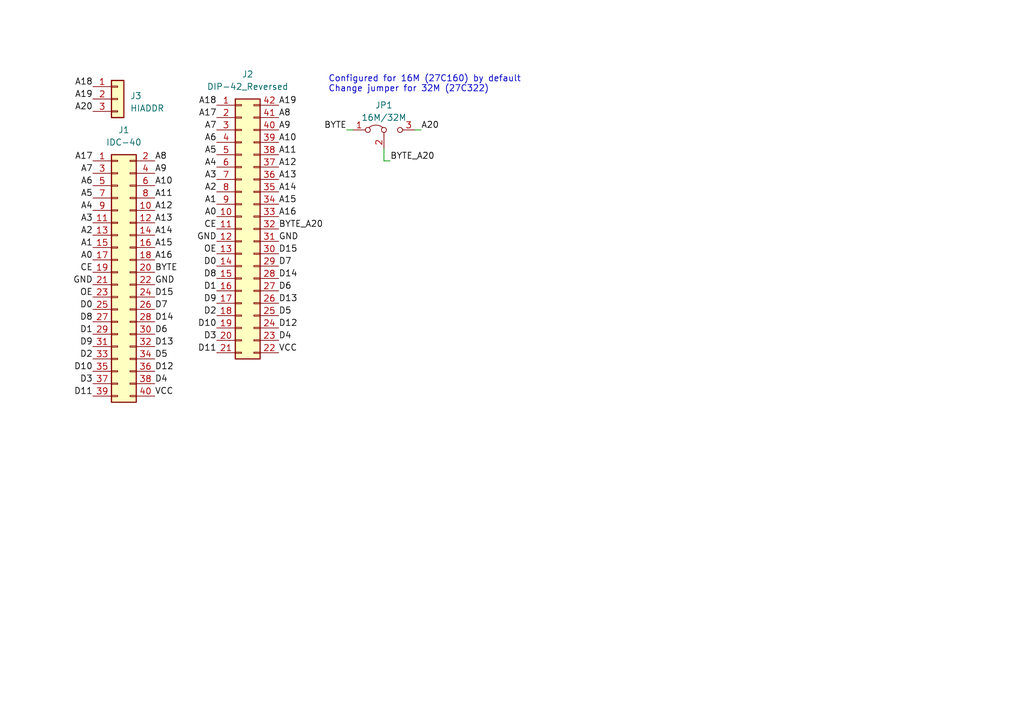
<source format=kicad_sch>
(kicad_sch (version 20230121) (generator eeschema)

  (uuid 218a50b5-5328-4910-8bfa-477207937a67)

  (paper "A5")

  (title_block
    (title "TokuROM Target-DIP42IH")
    (rev "1.0")
    (company "github.com/kasamikona/TokuROM")
  )

  (lib_symbols
    (symbol "Connector_Generic:Conn_01x03" (pin_names (offset 1.016) hide) (in_bom yes) (on_board yes)
      (property "Reference" "J" (at 0 5.08 0)
        (effects (font (size 1.27 1.27)))
      )
      (property "Value" "Conn_01x03" (at 0 -5.08 0)
        (effects (font (size 1.27 1.27)))
      )
      (property "Footprint" "" (at 0 0 0)
        (effects (font (size 1.27 1.27)) hide)
      )
      (property "Datasheet" "~" (at 0 0 0)
        (effects (font (size 1.27 1.27)) hide)
      )
      (property "ki_keywords" "connector" (at 0 0 0)
        (effects (font (size 1.27 1.27)) hide)
      )
      (property "ki_description" "Generic connector, single row, 01x03, script generated (kicad-library-utils/schlib/autogen/connector/)" (at 0 0 0)
        (effects (font (size 1.27 1.27)) hide)
      )
      (property "ki_fp_filters" "Connector*:*_1x??_*" (at 0 0 0)
        (effects (font (size 1.27 1.27)) hide)
      )
      (symbol "Conn_01x03_1_1"
        (rectangle (start -1.27 -2.413) (end 0 -2.667)
          (stroke (width 0.1524) (type default))
          (fill (type none))
        )
        (rectangle (start -1.27 0.127) (end 0 -0.127)
          (stroke (width 0.1524) (type default))
          (fill (type none))
        )
        (rectangle (start -1.27 2.667) (end 0 2.413)
          (stroke (width 0.1524) (type default))
          (fill (type none))
        )
        (rectangle (start -1.27 3.81) (end 1.27 -3.81)
          (stroke (width 0.254) (type default))
          (fill (type background))
        )
        (pin passive line (at -5.08 2.54 0) (length 3.81)
          (name "Pin_1" (effects (font (size 1.27 1.27))))
          (number "1" (effects (font (size 1.27 1.27))))
        )
        (pin passive line (at -5.08 0 0) (length 3.81)
          (name "Pin_2" (effects (font (size 1.27 1.27))))
          (number "2" (effects (font (size 1.27 1.27))))
        )
        (pin passive line (at -5.08 -2.54 0) (length 3.81)
          (name "Pin_3" (effects (font (size 1.27 1.27))))
          (number "3" (effects (font (size 1.27 1.27))))
        )
      )
    )
    (symbol "Connector_Generic:Conn_02x20_Odd_Even" (pin_names (offset 1.016) hide) (in_bom yes) (on_board yes)
      (property "Reference" "J" (at 1.27 25.4 0)
        (effects (font (size 1.27 1.27)))
      )
      (property "Value" "Conn_02x20_Odd_Even" (at 1.27 -27.94 0)
        (effects (font (size 1.27 1.27)))
      )
      (property "Footprint" "" (at 0 0 0)
        (effects (font (size 1.27 1.27)) hide)
      )
      (property "Datasheet" "~" (at 0 0 0)
        (effects (font (size 1.27 1.27)) hide)
      )
      (property "ki_keywords" "connector" (at 0 0 0)
        (effects (font (size 1.27 1.27)) hide)
      )
      (property "ki_description" "Generic connector, double row, 02x20, odd/even pin numbering scheme (row 1 odd numbers, row 2 even numbers), script generated (kicad-library-utils/schlib/autogen/connector/)" (at 0 0 0)
        (effects (font (size 1.27 1.27)) hide)
      )
      (property "ki_fp_filters" "Connector*:*_2x??_*" (at 0 0 0)
        (effects (font (size 1.27 1.27)) hide)
      )
      (symbol "Conn_02x20_Odd_Even_1_1"
        (rectangle (start -1.27 -25.273) (end 0 -25.527)
          (stroke (width 0.1524) (type default))
          (fill (type none))
        )
        (rectangle (start -1.27 -22.733) (end 0 -22.987)
          (stroke (width 0.1524) (type default))
          (fill (type none))
        )
        (rectangle (start -1.27 -20.193) (end 0 -20.447)
          (stroke (width 0.1524) (type default))
          (fill (type none))
        )
        (rectangle (start -1.27 -17.653) (end 0 -17.907)
          (stroke (width 0.1524) (type default))
          (fill (type none))
        )
        (rectangle (start -1.27 -15.113) (end 0 -15.367)
          (stroke (width 0.1524) (type default))
          (fill (type none))
        )
        (rectangle (start -1.27 -12.573) (end 0 -12.827)
          (stroke (width 0.1524) (type default))
          (fill (type none))
        )
        (rectangle (start -1.27 -10.033) (end 0 -10.287)
          (stroke (width 0.1524) (type default))
          (fill (type none))
        )
        (rectangle (start -1.27 -7.493) (end 0 -7.747)
          (stroke (width 0.1524) (type default))
          (fill (type none))
        )
        (rectangle (start -1.27 -4.953) (end 0 -5.207)
          (stroke (width 0.1524) (type default))
          (fill (type none))
        )
        (rectangle (start -1.27 -2.413) (end 0 -2.667)
          (stroke (width 0.1524) (type default))
          (fill (type none))
        )
        (rectangle (start -1.27 0.127) (end 0 -0.127)
          (stroke (width 0.1524) (type default))
          (fill (type none))
        )
        (rectangle (start -1.27 2.667) (end 0 2.413)
          (stroke (width 0.1524) (type default))
          (fill (type none))
        )
        (rectangle (start -1.27 5.207) (end 0 4.953)
          (stroke (width 0.1524) (type default))
          (fill (type none))
        )
        (rectangle (start -1.27 7.747) (end 0 7.493)
          (stroke (width 0.1524) (type default))
          (fill (type none))
        )
        (rectangle (start -1.27 10.287) (end 0 10.033)
          (stroke (width 0.1524) (type default))
          (fill (type none))
        )
        (rectangle (start -1.27 12.827) (end 0 12.573)
          (stroke (width 0.1524) (type default))
          (fill (type none))
        )
        (rectangle (start -1.27 15.367) (end 0 15.113)
          (stroke (width 0.1524) (type default))
          (fill (type none))
        )
        (rectangle (start -1.27 17.907) (end 0 17.653)
          (stroke (width 0.1524) (type default))
          (fill (type none))
        )
        (rectangle (start -1.27 20.447) (end 0 20.193)
          (stroke (width 0.1524) (type default))
          (fill (type none))
        )
        (rectangle (start -1.27 22.987) (end 0 22.733)
          (stroke (width 0.1524) (type default))
          (fill (type none))
        )
        (rectangle (start -1.27 24.13) (end 3.81 -26.67)
          (stroke (width 0.254) (type default))
          (fill (type background))
        )
        (rectangle (start 3.81 -25.273) (end 2.54 -25.527)
          (stroke (width 0.1524) (type default))
          (fill (type none))
        )
        (rectangle (start 3.81 -22.733) (end 2.54 -22.987)
          (stroke (width 0.1524) (type default))
          (fill (type none))
        )
        (rectangle (start 3.81 -20.193) (end 2.54 -20.447)
          (stroke (width 0.1524) (type default))
          (fill (type none))
        )
        (rectangle (start 3.81 -17.653) (end 2.54 -17.907)
          (stroke (width 0.1524) (type default))
          (fill (type none))
        )
        (rectangle (start 3.81 -15.113) (end 2.54 -15.367)
          (stroke (width 0.1524) (type default))
          (fill (type none))
        )
        (rectangle (start 3.81 -12.573) (end 2.54 -12.827)
          (stroke (width 0.1524) (type default))
          (fill (type none))
        )
        (rectangle (start 3.81 -10.033) (end 2.54 -10.287)
          (stroke (width 0.1524) (type default))
          (fill (type none))
        )
        (rectangle (start 3.81 -7.493) (end 2.54 -7.747)
          (stroke (width 0.1524) (type default))
          (fill (type none))
        )
        (rectangle (start 3.81 -4.953) (end 2.54 -5.207)
          (stroke (width 0.1524) (type default))
          (fill (type none))
        )
        (rectangle (start 3.81 -2.413) (end 2.54 -2.667)
          (stroke (width 0.1524) (type default))
          (fill (type none))
        )
        (rectangle (start 3.81 0.127) (end 2.54 -0.127)
          (stroke (width 0.1524) (type default))
          (fill (type none))
        )
        (rectangle (start 3.81 2.667) (end 2.54 2.413)
          (stroke (width 0.1524) (type default))
          (fill (type none))
        )
        (rectangle (start 3.81 5.207) (end 2.54 4.953)
          (stroke (width 0.1524) (type default))
          (fill (type none))
        )
        (rectangle (start 3.81 7.747) (end 2.54 7.493)
          (stroke (width 0.1524) (type default))
          (fill (type none))
        )
        (rectangle (start 3.81 10.287) (end 2.54 10.033)
          (stroke (width 0.1524) (type default))
          (fill (type none))
        )
        (rectangle (start 3.81 12.827) (end 2.54 12.573)
          (stroke (width 0.1524) (type default))
          (fill (type none))
        )
        (rectangle (start 3.81 15.367) (end 2.54 15.113)
          (stroke (width 0.1524) (type default))
          (fill (type none))
        )
        (rectangle (start 3.81 17.907) (end 2.54 17.653)
          (stroke (width 0.1524) (type default))
          (fill (type none))
        )
        (rectangle (start 3.81 20.447) (end 2.54 20.193)
          (stroke (width 0.1524) (type default))
          (fill (type none))
        )
        (rectangle (start 3.81 22.987) (end 2.54 22.733)
          (stroke (width 0.1524) (type default))
          (fill (type none))
        )
        (pin passive line (at -5.08 22.86 0) (length 3.81)
          (name "Pin_1" (effects (font (size 1.27 1.27))))
          (number "1" (effects (font (size 1.27 1.27))))
        )
        (pin passive line (at 7.62 12.7 180) (length 3.81)
          (name "Pin_10" (effects (font (size 1.27 1.27))))
          (number "10" (effects (font (size 1.27 1.27))))
        )
        (pin passive line (at -5.08 10.16 0) (length 3.81)
          (name "Pin_11" (effects (font (size 1.27 1.27))))
          (number "11" (effects (font (size 1.27 1.27))))
        )
        (pin passive line (at 7.62 10.16 180) (length 3.81)
          (name "Pin_12" (effects (font (size 1.27 1.27))))
          (number "12" (effects (font (size 1.27 1.27))))
        )
        (pin passive line (at -5.08 7.62 0) (length 3.81)
          (name "Pin_13" (effects (font (size 1.27 1.27))))
          (number "13" (effects (font (size 1.27 1.27))))
        )
        (pin passive line (at 7.62 7.62 180) (length 3.81)
          (name "Pin_14" (effects (font (size 1.27 1.27))))
          (number "14" (effects (font (size 1.27 1.27))))
        )
        (pin passive line (at -5.08 5.08 0) (length 3.81)
          (name "Pin_15" (effects (font (size 1.27 1.27))))
          (number "15" (effects (font (size 1.27 1.27))))
        )
        (pin passive line (at 7.62 5.08 180) (length 3.81)
          (name "Pin_16" (effects (font (size 1.27 1.27))))
          (number "16" (effects (font (size 1.27 1.27))))
        )
        (pin passive line (at -5.08 2.54 0) (length 3.81)
          (name "Pin_17" (effects (font (size 1.27 1.27))))
          (number "17" (effects (font (size 1.27 1.27))))
        )
        (pin passive line (at 7.62 2.54 180) (length 3.81)
          (name "Pin_18" (effects (font (size 1.27 1.27))))
          (number "18" (effects (font (size 1.27 1.27))))
        )
        (pin passive line (at -5.08 0 0) (length 3.81)
          (name "Pin_19" (effects (font (size 1.27 1.27))))
          (number "19" (effects (font (size 1.27 1.27))))
        )
        (pin passive line (at 7.62 22.86 180) (length 3.81)
          (name "Pin_2" (effects (font (size 1.27 1.27))))
          (number "2" (effects (font (size 1.27 1.27))))
        )
        (pin passive line (at 7.62 0 180) (length 3.81)
          (name "Pin_20" (effects (font (size 1.27 1.27))))
          (number "20" (effects (font (size 1.27 1.27))))
        )
        (pin passive line (at -5.08 -2.54 0) (length 3.81)
          (name "Pin_21" (effects (font (size 1.27 1.27))))
          (number "21" (effects (font (size 1.27 1.27))))
        )
        (pin passive line (at 7.62 -2.54 180) (length 3.81)
          (name "Pin_22" (effects (font (size 1.27 1.27))))
          (number "22" (effects (font (size 1.27 1.27))))
        )
        (pin passive line (at -5.08 -5.08 0) (length 3.81)
          (name "Pin_23" (effects (font (size 1.27 1.27))))
          (number "23" (effects (font (size 1.27 1.27))))
        )
        (pin passive line (at 7.62 -5.08 180) (length 3.81)
          (name "Pin_24" (effects (font (size 1.27 1.27))))
          (number "24" (effects (font (size 1.27 1.27))))
        )
        (pin passive line (at -5.08 -7.62 0) (length 3.81)
          (name "Pin_25" (effects (font (size 1.27 1.27))))
          (number "25" (effects (font (size 1.27 1.27))))
        )
        (pin passive line (at 7.62 -7.62 180) (length 3.81)
          (name "Pin_26" (effects (font (size 1.27 1.27))))
          (number "26" (effects (font (size 1.27 1.27))))
        )
        (pin passive line (at -5.08 -10.16 0) (length 3.81)
          (name "Pin_27" (effects (font (size 1.27 1.27))))
          (number "27" (effects (font (size 1.27 1.27))))
        )
        (pin passive line (at 7.62 -10.16 180) (length 3.81)
          (name "Pin_28" (effects (font (size 1.27 1.27))))
          (number "28" (effects (font (size 1.27 1.27))))
        )
        (pin passive line (at -5.08 -12.7 0) (length 3.81)
          (name "Pin_29" (effects (font (size 1.27 1.27))))
          (number "29" (effects (font (size 1.27 1.27))))
        )
        (pin passive line (at -5.08 20.32 0) (length 3.81)
          (name "Pin_3" (effects (font (size 1.27 1.27))))
          (number "3" (effects (font (size 1.27 1.27))))
        )
        (pin passive line (at 7.62 -12.7 180) (length 3.81)
          (name "Pin_30" (effects (font (size 1.27 1.27))))
          (number "30" (effects (font (size 1.27 1.27))))
        )
        (pin passive line (at -5.08 -15.24 0) (length 3.81)
          (name "Pin_31" (effects (font (size 1.27 1.27))))
          (number "31" (effects (font (size 1.27 1.27))))
        )
        (pin passive line (at 7.62 -15.24 180) (length 3.81)
          (name "Pin_32" (effects (font (size 1.27 1.27))))
          (number "32" (effects (font (size 1.27 1.27))))
        )
        (pin passive line (at -5.08 -17.78 0) (length 3.81)
          (name "Pin_33" (effects (font (size 1.27 1.27))))
          (number "33" (effects (font (size 1.27 1.27))))
        )
        (pin passive line (at 7.62 -17.78 180) (length 3.81)
          (name "Pin_34" (effects (font (size 1.27 1.27))))
          (number "34" (effects (font (size 1.27 1.27))))
        )
        (pin passive line (at -5.08 -20.32 0) (length 3.81)
          (name "Pin_35" (effects (font (size 1.27 1.27))))
          (number "35" (effects (font (size 1.27 1.27))))
        )
        (pin passive line (at 7.62 -20.32 180) (length 3.81)
          (name "Pin_36" (effects (font (size 1.27 1.27))))
          (number "36" (effects (font (size 1.27 1.27))))
        )
        (pin passive line (at -5.08 -22.86 0) (length 3.81)
          (name "Pin_37" (effects (font (size 1.27 1.27))))
          (number "37" (effects (font (size 1.27 1.27))))
        )
        (pin passive line (at 7.62 -22.86 180) (length 3.81)
          (name "Pin_38" (effects (font (size 1.27 1.27))))
          (number "38" (effects (font (size 1.27 1.27))))
        )
        (pin passive line (at -5.08 -25.4 0) (length 3.81)
          (name "Pin_39" (effects (font (size 1.27 1.27))))
          (number "39" (effects (font (size 1.27 1.27))))
        )
        (pin passive line (at 7.62 20.32 180) (length 3.81)
          (name "Pin_4" (effects (font (size 1.27 1.27))))
          (number "4" (effects (font (size 1.27 1.27))))
        )
        (pin passive line (at 7.62 -25.4 180) (length 3.81)
          (name "Pin_40" (effects (font (size 1.27 1.27))))
          (number "40" (effects (font (size 1.27 1.27))))
        )
        (pin passive line (at -5.08 17.78 0) (length 3.81)
          (name "Pin_5" (effects (font (size 1.27 1.27))))
          (number "5" (effects (font (size 1.27 1.27))))
        )
        (pin passive line (at 7.62 17.78 180) (length 3.81)
          (name "Pin_6" (effects (font (size 1.27 1.27))))
          (number "6" (effects (font (size 1.27 1.27))))
        )
        (pin passive line (at -5.08 15.24 0) (length 3.81)
          (name "Pin_7" (effects (font (size 1.27 1.27))))
          (number "7" (effects (font (size 1.27 1.27))))
        )
        (pin passive line (at 7.62 15.24 180) (length 3.81)
          (name "Pin_8" (effects (font (size 1.27 1.27))))
          (number "8" (effects (font (size 1.27 1.27))))
        )
        (pin passive line (at -5.08 12.7 0) (length 3.81)
          (name "Pin_9" (effects (font (size 1.27 1.27))))
          (number "9" (effects (font (size 1.27 1.27))))
        )
      )
    )
    (symbol "Connector_Generic:Conn_02x21_Counter_Clockwise" (pin_names (offset 1.016) hide) (in_bom yes) (on_board yes)
      (property "Reference" "J" (at 1.27 27.94 0)
        (effects (font (size 1.27 1.27)))
      )
      (property "Value" "Conn_02x21_Counter_Clockwise" (at 1.27 -27.94 0)
        (effects (font (size 1.27 1.27)))
      )
      (property "Footprint" "" (at 0 0 0)
        (effects (font (size 1.27 1.27)) hide)
      )
      (property "Datasheet" "~" (at 0 0 0)
        (effects (font (size 1.27 1.27)) hide)
      )
      (property "ki_keywords" "connector" (at 0 0 0)
        (effects (font (size 1.27 1.27)) hide)
      )
      (property "ki_description" "Generic connector, double row, 02x21, counter clockwise pin numbering scheme (similar to DIP package numbering), script generated (kicad-library-utils/schlib/autogen/connector/)" (at 0 0 0)
        (effects (font (size 1.27 1.27)) hide)
      )
      (property "ki_fp_filters" "Connector*:*_2x??_*" (at 0 0 0)
        (effects (font (size 1.27 1.27)) hide)
      )
      (symbol "Conn_02x21_Counter_Clockwise_1_1"
        (rectangle (start -1.27 -25.273) (end 0 -25.527)
          (stroke (width 0.1524) (type default))
          (fill (type none))
        )
        (rectangle (start -1.27 -22.733) (end 0 -22.987)
          (stroke (width 0.1524) (type default))
          (fill (type none))
        )
        (rectangle (start -1.27 -20.193) (end 0 -20.447)
          (stroke (width 0.1524) (type default))
          (fill (type none))
        )
        (rectangle (start -1.27 -17.653) (end 0 -17.907)
          (stroke (width 0.1524) (type default))
          (fill (type none))
        )
        (rectangle (start -1.27 -15.113) (end 0 -15.367)
          (stroke (width 0.1524) (type default))
          (fill (type none))
        )
        (rectangle (start -1.27 -12.573) (end 0 -12.827)
          (stroke (width 0.1524) (type default))
          (fill (type none))
        )
        (rectangle (start -1.27 -10.033) (end 0 -10.287)
          (stroke (width 0.1524) (type default))
          (fill (type none))
        )
        (rectangle (start -1.27 -7.493) (end 0 -7.747)
          (stroke (width 0.1524) (type default))
          (fill (type none))
        )
        (rectangle (start -1.27 -4.953) (end 0 -5.207)
          (stroke (width 0.1524) (type default))
          (fill (type none))
        )
        (rectangle (start -1.27 -2.413) (end 0 -2.667)
          (stroke (width 0.1524) (type default))
          (fill (type none))
        )
        (rectangle (start -1.27 0.127) (end 0 -0.127)
          (stroke (width 0.1524) (type default))
          (fill (type none))
        )
        (rectangle (start -1.27 2.667) (end 0 2.413)
          (stroke (width 0.1524) (type default))
          (fill (type none))
        )
        (rectangle (start -1.27 5.207) (end 0 4.953)
          (stroke (width 0.1524) (type default))
          (fill (type none))
        )
        (rectangle (start -1.27 7.747) (end 0 7.493)
          (stroke (width 0.1524) (type default))
          (fill (type none))
        )
        (rectangle (start -1.27 10.287) (end 0 10.033)
          (stroke (width 0.1524) (type default))
          (fill (type none))
        )
        (rectangle (start -1.27 12.827) (end 0 12.573)
          (stroke (width 0.1524) (type default))
          (fill (type none))
        )
        (rectangle (start -1.27 15.367) (end 0 15.113)
          (stroke (width 0.1524) (type default))
          (fill (type none))
        )
        (rectangle (start -1.27 17.907) (end 0 17.653)
          (stroke (width 0.1524) (type default))
          (fill (type none))
        )
        (rectangle (start -1.27 20.447) (end 0 20.193)
          (stroke (width 0.1524) (type default))
          (fill (type none))
        )
        (rectangle (start -1.27 22.987) (end 0 22.733)
          (stroke (width 0.1524) (type default))
          (fill (type none))
        )
        (rectangle (start -1.27 25.527) (end 0 25.273)
          (stroke (width 0.1524) (type default))
          (fill (type none))
        )
        (rectangle (start -1.27 26.67) (end 3.81 -26.67)
          (stroke (width 0.254) (type default))
          (fill (type background))
        )
        (rectangle (start 3.81 -25.273) (end 2.54 -25.527)
          (stroke (width 0.1524) (type default))
          (fill (type none))
        )
        (rectangle (start 3.81 -22.733) (end 2.54 -22.987)
          (stroke (width 0.1524) (type default))
          (fill (type none))
        )
        (rectangle (start 3.81 -20.193) (end 2.54 -20.447)
          (stroke (width 0.1524) (type default))
          (fill (type none))
        )
        (rectangle (start 3.81 -17.653) (end 2.54 -17.907)
          (stroke (width 0.1524) (type default))
          (fill (type none))
        )
        (rectangle (start 3.81 -15.113) (end 2.54 -15.367)
          (stroke (width 0.1524) (type default))
          (fill (type none))
        )
        (rectangle (start 3.81 -12.573) (end 2.54 -12.827)
          (stroke (width 0.1524) (type default))
          (fill (type none))
        )
        (rectangle (start 3.81 -10.033) (end 2.54 -10.287)
          (stroke (width 0.1524) (type default))
          (fill (type none))
        )
        (rectangle (start 3.81 -7.493) (end 2.54 -7.747)
          (stroke (width 0.1524) (type default))
          (fill (type none))
        )
        (rectangle (start 3.81 -4.953) (end 2.54 -5.207)
          (stroke (width 0.1524) (type default))
          (fill (type none))
        )
        (rectangle (start 3.81 -2.413) (end 2.54 -2.667)
          (stroke (width 0.1524) (type default))
          (fill (type none))
        )
        (rectangle (start 3.81 0.127) (end 2.54 -0.127)
          (stroke (width 0.1524) (type default))
          (fill (type none))
        )
        (rectangle (start 3.81 2.667) (end 2.54 2.413)
          (stroke (width 0.1524) (type default))
          (fill (type none))
        )
        (rectangle (start 3.81 5.207) (end 2.54 4.953)
          (stroke (width 0.1524) (type default))
          (fill (type none))
        )
        (rectangle (start 3.81 7.747) (end 2.54 7.493)
          (stroke (width 0.1524) (type default))
          (fill (type none))
        )
        (rectangle (start 3.81 10.287) (end 2.54 10.033)
          (stroke (width 0.1524) (type default))
          (fill (type none))
        )
        (rectangle (start 3.81 12.827) (end 2.54 12.573)
          (stroke (width 0.1524) (type default))
          (fill (type none))
        )
        (rectangle (start 3.81 15.367) (end 2.54 15.113)
          (stroke (width 0.1524) (type default))
          (fill (type none))
        )
        (rectangle (start 3.81 17.907) (end 2.54 17.653)
          (stroke (width 0.1524) (type default))
          (fill (type none))
        )
        (rectangle (start 3.81 20.447) (end 2.54 20.193)
          (stroke (width 0.1524) (type default))
          (fill (type none))
        )
        (rectangle (start 3.81 22.987) (end 2.54 22.733)
          (stroke (width 0.1524) (type default))
          (fill (type none))
        )
        (rectangle (start 3.81 25.527) (end 2.54 25.273)
          (stroke (width 0.1524) (type default))
          (fill (type none))
        )
        (pin passive line (at -5.08 25.4 0) (length 3.81)
          (name "Pin_1" (effects (font (size 1.27 1.27))))
          (number "1" (effects (font (size 1.27 1.27))))
        )
        (pin passive line (at -5.08 2.54 0) (length 3.81)
          (name "Pin_10" (effects (font (size 1.27 1.27))))
          (number "10" (effects (font (size 1.27 1.27))))
        )
        (pin passive line (at -5.08 0 0) (length 3.81)
          (name "Pin_11" (effects (font (size 1.27 1.27))))
          (number "11" (effects (font (size 1.27 1.27))))
        )
        (pin passive line (at -5.08 -2.54 0) (length 3.81)
          (name "Pin_12" (effects (font (size 1.27 1.27))))
          (number "12" (effects (font (size 1.27 1.27))))
        )
        (pin passive line (at -5.08 -5.08 0) (length 3.81)
          (name "Pin_13" (effects (font (size 1.27 1.27))))
          (number "13" (effects (font (size 1.27 1.27))))
        )
        (pin passive line (at -5.08 -7.62 0) (length 3.81)
          (name "Pin_14" (effects (font (size 1.27 1.27))))
          (number "14" (effects (font (size 1.27 1.27))))
        )
        (pin passive line (at -5.08 -10.16 0) (length 3.81)
          (name "Pin_15" (effects (font (size 1.27 1.27))))
          (number "15" (effects (font (size 1.27 1.27))))
        )
        (pin passive line (at -5.08 -12.7 0) (length 3.81)
          (name "Pin_16" (effects (font (size 1.27 1.27))))
          (number "16" (effects (font (size 1.27 1.27))))
        )
        (pin passive line (at -5.08 -15.24 0) (length 3.81)
          (name "Pin_17" (effects (font (size 1.27 1.27))))
          (number "17" (effects (font (size 1.27 1.27))))
        )
        (pin passive line (at -5.08 -17.78 0) (length 3.81)
          (name "Pin_18" (effects (font (size 1.27 1.27))))
          (number "18" (effects (font (size 1.27 1.27))))
        )
        (pin passive line (at -5.08 -20.32 0) (length 3.81)
          (name "Pin_19" (effects (font (size 1.27 1.27))))
          (number "19" (effects (font (size 1.27 1.27))))
        )
        (pin passive line (at -5.08 22.86 0) (length 3.81)
          (name "Pin_2" (effects (font (size 1.27 1.27))))
          (number "2" (effects (font (size 1.27 1.27))))
        )
        (pin passive line (at -5.08 -22.86 0) (length 3.81)
          (name "Pin_20" (effects (font (size 1.27 1.27))))
          (number "20" (effects (font (size 1.27 1.27))))
        )
        (pin passive line (at -5.08 -25.4 0) (length 3.81)
          (name "Pin_21" (effects (font (size 1.27 1.27))))
          (number "21" (effects (font (size 1.27 1.27))))
        )
        (pin passive line (at 7.62 -25.4 180) (length 3.81)
          (name "Pin_22" (effects (font (size 1.27 1.27))))
          (number "22" (effects (font (size 1.27 1.27))))
        )
        (pin passive line (at 7.62 -22.86 180) (length 3.81)
          (name "Pin_23" (effects (font (size 1.27 1.27))))
          (number "23" (effects (font (size 1.27 1.27))))
        )
        (pin passive line (at 7.62 -20.32 180) (length 3.81)
          (name "Pin_24" (effects (font (size 1.27 1.27))))
          (number "24" (effects (font (size 1.27 1.27))))
        )
        (pin passive line (at 7.62 -17.78 180) (length 3.81)
          (name "Pin_25" (effects (font (size 1.27 1.27))))
          (number "25" (effects (font (size 1.27 1.27))))
        )
        (pin passive line (at 7.62 -15.24 180) (length 3.81)
          (name "Pin_26" (effects (font (size 1.27 1.27))))
          (number "26" (effects (font (size 1.27 1.27))))
        )
        (pin passive line (at 7.62 -12.7 180) (length 3.81)
          (name "Pin_27" (effects (font (size 1.27 1.27))))
          (number "27" (effects (font (size 1.27 1.27))))
        )
        (pin passive line (at 7.62 -10.16 180) (length 3.81)
          (name "Pin_28" (effects (font (size 1.27 1.27))))
          (number "28" (effects (font (size 1.27 1.27))))
        )
        (pin passive line (at 7.62 -7.62 180) (length 3.81)
          (name "Pin_29" (effects (font (size 1.27 1.27))))
          (number "29" (effects (font (size 1.27 1.27))))
        )
        (pin passive line (at -5.08 20.32 0) (length 3.81)
          (name "Pin_3" (effects (font (size 1.27 1.27))))
          (number "3" (effects (font (size 1.27 1.27))))
        )
        (pin passive line (at 7.62 -5.08 180) (length 3.81)
          (name "Pin_30" (effects (font (size 1.27 1.27))))
          (number "30" (effects (font (size 1.27 1.27))))
        )
        (pin passive line (at 7.62 -2.54 180) (length 3.81)
          (name "Pin_31" (effects (font (size 1.27 1.27))))
          (number "31" (effects (font (size 1.27 1.27))))
        )
        (pin passive line (at 7.62 0 180) (length 3.81)
          (name "Pin_32" (effects (font (size 1.27 1.27))))
          (number "32" (effects (font (size 1.27 1.27))))
        )
        (pin passive line (at 7.62 2.54 180) (length 3.81)
          (name "Pin_33" (effects (font (size 1.27 1.27))))
          (number "33" (effects (font (size 1.27 1.27))))
        )
        (pin passive line (at 7.62 5.08 180) (length 3.81)
          (name "Pin_34" (effects (font (size 1.27 1.27))))
          (number "34" (effects (font (size 1.27 1.27))))
        )
        (pin passive line (at 7.62 7.62 180) (length 3.81)
          (name "Pin_35" (effects (font (size 1.27 1.27))))
          (number "35" (effects (font (size 1.27 1.27))))
        )
        (pin passive line (at 7.62 10.16 180) (length 3.81)
          (name "Pin_36" (effects (font (size 1.27 1.27))))
          (number "36" (effects (font (size 1.27 1.27))))
        )
        (pin passive line (at 7.62 12.7 180) (length 3.81)
          (name "Pin_37" (effects (font (size 1.27 1.27))))
          (number "37" (effects (font (size 1.27 1.27))))
        )
        (pin passive line (at 7.62 15.24 180) (length 3.81)
          (name "Pin_38" (effects (font (size 1.27 1.27))))
          (number "38" (effects (font (size 1.27 1.27))))
        )
        (pin passive line (at 7.62 17.78 180) (length 3.81)
          (name "Pin_39" (effects (font (size 1.27 1.27))))
          (number "39" (effects (font (size 1.27 1.27))))
        )
        (pin passive line (at -5.08 17.78 0) (length 3.81)
          (name "Pin_4" (effects (font (size 1.27 1.27))))
          (number "4" (effects (font (size 1.27 1.27))))
        )
        (pin passive line (at 7.62 20.32 180) (length 3.81)
          (name "Pin_40" (effects (font (size 1.27 1.27))))
          (number "40" (effects (font (size 1.27 1.27))))
        )
        (pin passive line (at 7.62 22.86 180) (length 3.81)
          (name "Pin_41" (effects (font (size 1.27 1.27))))
          (number "41" (effects (font (size 1.27 1.27))))
        )
        (pin passive line (at 7.62 25.4 180) (length 3.81)
          (name "Pin_42" (effects (font (size 1.27 1.27))))
          (number "42" (effects (font (size 1.27 1.27))))
        )
        (pin passive line (at -5.08 15.24 0) (length 3.81)
          (name "Pin_5" (effects (font (size 1.27 1.27))))
          (number "5" (effects (font (size 1.27 1.27))))
        )
        (pin passive line (at -5.08 12.7 0) (length 3.81)
          (name "Pin_6" (effects (font (size 1.27 1.27))))
          (number "6" (effects (font (size 1.27 1.27))))
        )
        (pin passive line (at -5.08 10.16 0) (length 3.81)
          (name "Pin_7" (effects (font (size 1.27 1.27))))
          (number "7" (effects (font (size 1.27 1.27))))
        )
        (pin passive line (at -5.08 7.62 0) (length 3.81)
          (name "Pin_8" (effects (font (size 1.27 1.27))))
          (number "8" (effects (font (size 1.27 1.27))))
        )
        (pin passive line (at -5.08 5.08 0) (length 3.81)
          (name "Pin_9" (effects (font (size 1.27 1.27))))
          (number "9" (effects (font (size 1.27 1.27))))
        )
      )
    )
    (symbol "Jumper:Jumper_3_Bridged12" (pin_names (offset 0) hide) (in_bom yes) (on_board yes)
      (property "Reference" "JP" (at -2.54 -2.54 0)
        (effects (font (size 1.27 1.27)))
      )
      (property "Value" "Jumper_3_Bridged12" (at 0 2.794 0)
        (effects (font (size 1.27 1.27)))
      )
      (property "Footprint" "" (at 0 0 0)
        (effects (font (size 1.27 1.27)) hide)
      )
      (property "Datasheet" "~" (at 0 0 0)
        (effects (font (size 1.27 1.27)) hide)
      )
      (property "ki_keywords" "Jumper SPDT" (at 0 0 0)
        (effects (font (size 1.27 1.27)) hide)
      )
      (property "ki_description" "Jumper, 3-pole, pins 1+2 closed/bridged" (at 0 0 0)
        (effects (font (size 1.27 1.27)) hide)
      )
      (property "ki_fp_filters" "Jumper* TestPoint*3Pads* TestPoint*Bridge*" (at 0 0 0)
        (effects (font (size 1.27 1.27)) hide)
      )
      (symbol "Jumper_3_Bridged12_0_0"
        (circle (center -3.302 0) (radius 0.508)
          (stroke (width 0) (type default))
          (fill (type none))
        )
        (circle (center 0 0) (radius 0.508)
          (stroke (width 0) (type default))
          (fill (type none))
        )
        (circle (center 3.302 0) (radius 0.508)
          (stroke (width 0) (type default))
          (fill (type none))
        )
      )
      (symbol "Jumper_3_Bridged12_0_1"
        (arc (start -0.254 0.508) (mid -1.651 0.9912) (end -3.048 0.508)
          (stroke (width 0) (type default))
          (fill (type none))
        )
        (polyline
          (pts
            (xy 0 -1.27)
            (xy 0 -0.508)
          )
          (stroke (width 0) (type default))
          (fill (type none))
        )
      )
      (symbol "Jumper_3_Bridged12_1_1"
        (pin passive line (at -6.35 0 0) (length 2.54)
          (name "A" (effects (font (size 1.27 1.27))))
          (number "1" (effects (font (size 1.27 1.27))))
        )
        (pin passive line (at 0 -3.81 90) (length 2.54)
          (name "C" (effects (font (size 1.27 1.27))))
          (number "2" (effects (font (size 1.27 1.27))))
        )
        (pin passive line (at 6.35 0 180) (length 2.54)
          (name "B" (effects (font (size 1.27 1.27))))
          (number "3" (effects (font (size 1.27 1.27))))
        )
      )
    )
  )


  (wire (pts (xy 85.09 26.67) (xy 86.36 26.67))
    (stroke (width 0) (type default))
    (uuid 075ff3cb-d8a7-457d-9076-4f107dde8c15)
  )
  (wire (pts (xy 80.01 33.02) (xy 78.74 33.02))
    (stroke (width 0) (type default))
    (uuid 1fa14be9-aab4-4090-9146-7aef2921280b)
  )
  (wire (pts (xy 78.74 33.02) (xy 78.74 30.48))
    (stroke (width 0) (type default))
    (uuid 5124fd53-412d-49b1-8c0e-eab8bcb33bbc)
  )
  (wire (pts (xy 71.12 26.67) (xy 72.39 26.67))
    (stroke (width 0) (type default))
    (uuid b9a992e9-4ec2-4d20-aa5f-262eefca6f9d)
  )

  (text "Configured for 16M (27C160) by default\nChange jumper for 32M (27C322)"
    (at 67.31 19.05 0)
    (effects (font (size 1.27 1.27)) (justify left bottom))
    (uuid 8b89e0cc-3343-47b2-b8c4-9374fd7b9148)
  )

  (label "A0" (at 44.45 44.45 180) (fields_autoplaced)
    (effects (font (size 1.27 1.27)) (justify right bottom))
    (uuid 01ec1ed3-aed7-48db-b385-ffe40c60f6b1)
  )
  (label "D5" (at 31.75 73.66 0) (fields_autoplaced)
    (effects (font (size 1.27 1.27)) (justify left bottom))
    (uuid 02ac1e1b-4b9e-4cd5-b349-a1d96be982d1)
  )
  (label "D5" (at 57.15 64.77 0) (fields_autoplaced)
    (effects (font (size 1.27 1.27)) (justify left bottom))
    (uuid 03e8f952-7cf5-4e54-9e40-8ecc8e39bf8e)
  )
  (label "D3" (at 19.05 78.74 180) (fields_autoplaced)
    (effects (font (size 1.27 1.27)) (justify right bottom))
    (uuid 108771d0-7045-4ad5-b733-01d116da5775)
  )
  (label "A7" (at 19.05 35.56 180) (fields_autoplaced)
    (effects (font (size 1.27 1.27)) (justify right bottom))
    (uuid 122050a8-6638-4bc8-afd7-32b4819e8843)
  )
  (label "A2" (at 44.45 39.37 180) (fields_autoplaced)
    (effects (font (size 1.27 1.27)) (justify right bottom))
    (uuid 15bd3cc4-1233-44e0-848d-914cf72b9496)
  )
  (label "D1" (at 44.45 59.69 180) (fields_autoplaced)
    (effects (font (size 1.27 1.27)) (justify right bottom))
    (uuid 17c2e3d6-ecc4-4ea0-b0aa-b5fe4b92145d)
  )
  (label "A3" (at 19.05 45.72 180) (fields_autoplaced)
    (effects (font (size 1.27 1.27)) (justify right bottom))
    (uuid 1dd92118-eb36-4966-a71c-cc8c9cf94546)
  )
  (label "A1" (at 19.05 50.8 180) (fields_autoplaced)
    (effects (font (size 1.27 1.27)) (justify right bottom))
    (uuid 21412a98-6685-41b5-8233-b2589474007a)
  )
  (label "A11" (at 31.75 40.64 0) (fields_autoplaced)
    (effects (font (size 1.27 1.27)) (justify left bottom))
    (uuid 219a030c-4eeb-43ac-9d29-e6ec397e1a13)
  )
  (label "A14" (at 31.75 48.26 0) (fields_autoplaced)
    (effects (font (size 1.27 1.27)) (justify left bottom))
    (uuid 2cee6022-6767-4c36-af1b-5b49cefd1768)
  )
  (label "A4" (at 44.45 34.29 180) (fields_autoplaced)
    (effects (font (size 1.27 1.27)) (justify right bottom))
    (uuid 3014ccec-c247-4144-835d-f1cba6dc71e0)
  )
  (label "A18" (at 44.45 21.59 180) (fields_autoplaced)
    (effects (font (size 1.27 1.27)) (justify right bottom))
    (uuid 3015fc0c-14ec-4a32-9a41-0b600d8599b0)
  )
  (label "A20" (at 86.36 26.67 0) (fields_autoplaced)
    (effects (font (size 1.27 1.27)) (justify left bottom))
    (uuid 31e8bbf3-6137-4ed3-a5d6-67fe632b0736)
  )
  (label "A9" (at 31.75 35.56 0) (fields_autoplaced)
    (effects (font (size 1.27 1.27)) (justify left bottom))
    (uuid 360b4e9a-eb64-470b-8db4-e60af17d2a2f)
  )
  (label "A13" (at 31.75 45.72 0) (fields_autoplaced)
    (effects (font (size 1.27 1.27)) (justify left bottom))
    (uuid 398f39fd-ca87-433b-9fd4-41ebbfb69cec)
  )
  (label "D14" (at 57.15 57.15 0) (fields_autoplaced)
    (effects (font (size 1.27 1.27)) (justify left bottom))
    (uuid 39f5484b-d09c-463d-9442-4711b4485a09)
  )
  (label "BYTE_A20" (at 80.01 33.02 0) (fields_autoplaced)
    (effects (font (size 1.27 1.27)) (justify left bottom))
    (uuid 3c246ed1-d31b-4082-a537-d0e631b8330b)
  )
  (label "D2" (at 19.05 73.66 180) (fields_autoplaced)
    (effects (font (size 1.27 1.27)) (justify right bottom))
    (uuid 3cb28856-84a4-4127-983d-6134efeb8e1d)
  )
  (label "A6" (at 44.45 29.21 180) (fields_autoplaced)
    (effects (font (size 1.27 1.27)) (justify right bottom))
    (uuid 3d71faf2-7273-442b-a5d5-84e63e604425)
  )
  (label "D3" (at 44.45 69.85 180) (fields_autoplaced)
    (effects (font (size 1.27 1.27)) (justify right bottom))
    (uuid 3edbbb75-11ba-4876-888f-a950c9276719)
  )
  (label "CE" (at 44.45 46.99 180) (fields_autoplaced)
    (effects (font (size 1.27 1.27)) (justify right bottom))
    (uuid 3f536634-6093-4f95-86f6-3097bbd2e76e)
  )
  (label "A11" (at 57.15 31.75 0) (fields_autoplaced)
    (effects (font (size 1.27 1.27)) (justify left bottom))
    (uuid 47dd9ef1-9720-46dc-84f4-9d50c1860670)
  )
  (label "A18" (at 19.05 17.78 180) (fields_autoplaced)
    (effects (font (size 1.27 1.27)) (justify right bottom))
    (uuid 4baf30c1-82ba-4507-b779-fea750089d9a)
  )
  (label "A0" (at 19.05 53.34 180) (fields_autoplaced)
    (effects (font (size 1.27 1.27)) (justify right bottom))
    (uuid 504efc43-a0fc-4f3f-9a53-f17d503ae007)
  )
  (label "VCC" (at 31.75 81.28 0) (fields_autoplaced)
    (effects (font (size 1.27 1.27)) (justify left bottom))
    (uuid 540242ac-4039-49b1-92da-341897d7392b)
  )
  (label "A12" (at 57.15 34.29 0) (fields_autoplaced)
    (effects (font (size 1.27 1.27)) (justify left bottom))
    (uuid 556f7d12-1696-4285-b6e6-18f955579df7)
  )
  (label "D10" (at 44.45 67.31 180) (fields_autoplaced)
    (effects (font (size 1.27 1.27)) (justify right bottom))
    (uuid 5aed778b-343f-4886-824e-b65169e70877)
  )
  (label "A10" (at 31.75 38.1 0) (fields_autoplaced)
    (effects (font (size 1.27 1.27)) (justify left bottom))
    (uuid 5dd721f5-8e7a-435d-aa13-94629fbfcffc)
  )
  (label "D1" (at 19.05 68.58 180) (fields_autoplaced)
    (effects (font (size 1.27 1.27)) (justify right bottom))
    (uuid 5f923757-97c6-401c-a222-6a705a2ed8cf)
  )
  (label "GND" (at 57.15 49.53 0) (fields_autoplaced)
    (effects (font (size 1.27 1.27)) (justify left bottom))
    (uuid 63148546-0eb0-4970-a5c9-1510621d53b3)
  )
  (label "D6" (at 31.75 68.58 0) (fields_autoplaced)
    (effects (font (size 1.27 1.27)) (justify left bottom))
    (uuid 6452e947-b3b9-43ff-baf0-88d1a64e7470)
  )
  (label "D4" (at 31.75 78.74 0) (fields_autoplaced)
    (effects (font (size 1.27 1.27)) (justify left bottom))
    (uuid 67d7abe0-281e-41d1-8071-cd61cbc4eccb)
  )
  (label "D11" (at 44.45 72.39 180) (fields_autoplaced)
    (effects (font (size 1.27 1.27)) (justify right bottom))
    (uuid 6958376b-bb5b-48bb-b2ed-bc3d8a6e9624)
  )
  (label "A7" (at 44.45 26.67 180) (fields_autoplaced)
    (effects (font (size 1.27 1.27)) (justify right bottom))
    (uuid 6f921c9a-e103-4693-93ce-ceca31e49022)
  )
  (label "D7" (at 57.15 54.61 0) (fields_autoplaced)
    (effects (font (size 1.27 1.27)) (justify left bottom))
    (uuid 7abb0307-5e80-4e8c-b234-8d65cc4dabc1)
  )
  (label "D9" (at 44.45 62.23 180) (fields_autoplaced)
    (effects (font (size 1.27 1.27)) (justify right bottom))
    (uuid 7ad81c78-6704-4da9-a630-2262bae8b05c)
  )
  (label "A12" (at 31.75 43.18 0) (fields_autoplaced)
    (effects (font (size 1.27 1.27)) (justify left bottom))
    (uuid 7d2ee2ea-520d-43fe-aed3-4d9c2c5e5256)
  )
  (label "D0" (at 44.45 54.61 180) (fields_autoplaced)
    (effects (font (size 1.27 1.27)) (justify right bottom))
    (uuid 80b997ff-3448-4b8b-ab91-57d10a437753)
  )
  (label "D6" (at 57.15 59.69 0) (fields_autoplaced)
    (effects (font (size 1.27 1.27)) (justify left bottom))
    (uuid 82b33294-10fe-4495-a660-59fc054b9304)
  )
  (label "A14" (at 57.15 39.37 0) (fields_autoplaced)
    (effects (font (size 1.27 1.27)) (justify left bottom))
    (uuid 85157dd5-5ab9-4854-806b-a0c7b4cc8568)
  )
  (label "D8" (at 19.05 66.04 180) (fields_autoplaced)
    (effects (font (size 1.27 1.27)) (justify right bottom))
    (uuid 86018996-5818-44f5-b97c-746b541de1de)
  )
  (label "D12" (at 57.15 67.31 0) (fields_autoplaced)
    (effects (font (size 1.27 1.27)) (justify left bottom))
    (uuid 8bc74504-95bd-4c0c-a3bf-42910cfc769a)
  )
  (label "D12" (at 31.75 76.2 0) (fields_autoplaced)
    (effects (font (size 1.27 1.27)) (justify left bottom))
    (uuid 8d0a0753-1da6-4c52-87c0-3aae2a640317)
  )
  (label "D13" (at 31.75 71.12 0) (fields_autoplaced)
    (effects (font (size 1.27 1.27)) (justify left bottom))
    (uuid 8d8f62b7-c367-4c67-8e33-74de9fe986ea)
  )
  (label "D11" (at 19.05 81.28 180) (fields_autoplaced)
    (effects (font (size 1.27 1.27)) (justify right bottom))
    (uuid 8e17f83e-a87f-43a2-acd6-67d305bcd7a1)
  )
  (label "A19" (at 57.15 21.59 0) (fields_autoplaced)
    (effects (font (size 1.27 1.27)) (justify left bottom))
    (uuid 914da8d4-3e65-4778-a7ed-38a83cd38de6)
  )
  (label "A4" (at 19.05 43.18 180) (fields_autoplaced)
    (effects (font (size 1.27 1.27)) (justify right bottom))
    (uuid 96d441fa-e23d-4672-a209-358ce6275761)
  )
  (label "D0" (at 19.05 63.5 180) (fields_autoplaced)
    (effects (font (size 1.27 1.27)) (justify right bottom))
    (uuid a2602ba8-d24f-4e37-88f1-a0b3818db25d)
  )
  (label "OE" (at 44.45 52.07 180) (fields_autoplaced)
    (effects (font (size 1.27 1.27)) (justify right bottom))
    (uuid a267e98b-e6df-4e97-af87-1b4ee1d79a63)
  )
  (label "D2" (at 44.45 64.77 180) (fields_autoplaced)
    (effects (font (size 1.27 1.27)) (justify right bottom))
    (uuid a3b60431-79a5-479f-b679-a62630bcadb4)
  )
  (label "A16" (at 31.75 53.34 0) (fields_autoplaced)
    (effects (font (size 1.27 1.27)) (justify left bottom))
    (uuid a96a865b-f1f5-46c2-a2b3-4f075b5a486b)
  )
  (label "A5" (at 19.05 40.64 180) (fields_autoplaced)
    (effects (font (size 1.27 1.27)) (justify right bottom))
    (uuid ab985687-e7e4-4a7e-b744-a49af68c1326)
  )
  (label "A5" (at 44.45 31.75 180) (fields_autoplaced)
    (effects (font (size 1.27 1.27)) (justify right bottom))
    (uuid ac34ebe4-b3a4-43bb-bd62-278e0533fe67)
  )
  (label "A1" (at 44.45 41.91 180) (fields_autoplaced)
    (effects (font (size 1.27 1.27)) (justify right bottom))
    (uuid b009106a-9263-40dc-9446-0188f50c2b2d)
  )
  (label "A8" (at 57.15 24.13 0) (fields_autoplaced)
    (effects (font (size 1.27 1.27)) (justify left bottom))
    (uuid b39f92b4-1ca0-43c3-a491-c14b7815ac21)
  )
  (label "CE" (at 19.05 55.88 180) (fields_autoplaced)
    (effects (font (size 1.27 1.27)) (justify right bottom))
    (uuid b5bd37d1-a5df-4d95-a8c1-dd256f8fef3e)
  )
  (label "A10" (at 57.15 29.21 0) (fields_autoplaced)
    (effects (font (size 1.27 1.27)) (justify left bottom))
    (uuid b8dfbc5c-44f1-4b71-8600-0c6a8b7f236f)
  )
  (label "A15" (at 31.75 50.8 0) (fields_autoplaced)
    (effects (font (size 1.27 1.27)) (justify left bottom))
    (uuid bb072aa2-19d4-4d58-8807-88cdf2d73e00)
  )
  (label "D8" (at 44.45 57.15 180) (fields_autoplaced)
    (effects (font (size 1.27 1.27)) (justify right bottom))
    (uuid bbb2f681-441b-4f06-8e2f-03190ff1320d)
  )
  (label "A6" (at 19.05 38.1 180) (fields_autoplaced)
    (effects (font (size 1.27 1.27)) (justify right bottom))
    (uuid bd345ae5-c129-4cf3-987e-e9c3ca447ba8)
  )
  (label "A2" (at 19.05 48.26 180) (fields_autoplaced)
    (effects (font (size 1.27 1.27)) (justify right bottom))
    (uuid c1ca2a6c-7126-47c9-ab0e-267102fc7aa9)
  )
  (label "A13" (at 57.15 36.83 0) (fields_autoplaced)
    (effects (font (size 1.27 1.27)) (justify left bottom))
    (uuid c5e051b2-401c-45b1-8bb6-109562de5253)
  )
  (label "A16" (at 57.15 44.45 0) (fields_autoplaced)
    (effects (font (size 1.27 1.27)) (justify left bottom))
    (uuid c5f691a5-d98b-405d-a469-1257664129cf)
  )
  (label "GND" (at 19.05 58.42 180) (fields_autoplaced)
    (effects (font (size 1.27 1.27)) (justify right bottom))
    (uuid c6b8751a-7d03-4d50-949f-86542971490a)
  )
  (label "D15" (at 57.15 52.07 0) (fields_autoplaced)
    (effects (font (size 1.27 1.27)) (justify left bottom))
    (uuid c7a55537-6005-4481-82b2-bc2106f77771)
  )
  (label "A20" (at 19.05 22.86 180) (fields_autoplaced)
    (effects (font (size 1.27 1.27)) (justify right bottom))
    (uuid d1332671-0d72-4d32-9af9-b4f4dbd4289b)
  )
  (label "D7" (at 31.75 63.5 0) (fields_autoplaced)
    (effects (font (size 1.27 1.27)) (justify left bottom))
    (uuid d2488fc6-3fd0-4cf4-86a4-fddeda0cb836)
  )
  (label "OE" (at 19.05 60.96 180) (fields_autoplaced)
    (effects (font (size 1.27 1.27)) (justify right bottom))
    (uuid d2f244a3-1218-4455-885a-151e1b3b90f7)
  )
  (label "BYTE" (at 71.12 26.67 180) (fields_autoplaced)
    (effects (font (size 1.27 1.27)) (justify right bottom))
    (uuid d3b0ec81-22ce-4bdb-86a1-2565e4e90a27)
  )
  (label "BYTE_A20" (at 57.15 46.99 0) (fields_autoplaced)
    (effects (font (size 1.27 1.27)) (justify left bottom))
    (uuid d69f5d96-f00c-4711-9697-27114e3b3813)
  )
  (label "D9" (at 19.05 71.12 180) (fields_autoplaced)
    (effects (font (size 1.27 1.27)) (justify right bottom))
    (uuid dcd4e6ac-807f-4ef9-ab1a-843b7c40e024)
  )
  (label "A3" (at 44.45 36.83 180) (fields_autoplaced)
    (effects (font (size 1.27 1.27)) (justify right bottom))
    (uuid e028f59c-1453-4709-95df-f6f3eb4dadc5)
  )
  (label "BYTE" (at 31.75 55.88 0) (fields_autoplaced)
    (effects (font (size 1.27 1.27)) (justify left bottom))
    (uuid e0d85fcf-1e88-49b6-b23e-edfde3c23563)
  )
  (label "A9" (at 57.15 26.67 0) (fields_autoplaced)
    (effects (font (size 1.27 1.27)) (justify left bottom))
    (uuid e7ab8e18-4568-4ff2-b0cb-ab8b9558b3a3)
  )
  (label "GND" (at 44.45 49.53 180) (fields_autoplaced)
    (effects (font (size 1.27 1.27)) (justify right bottom))
    (uuid e7da1de3-d2ea-4256-ab78-ab1d78ed4e38)
  )
  (label "A17" (at 44.45 24.13 180) (fields_autoplaced)
    (effects (font (size 1.27 1.27)) (justify right bottom))
    (uuid e930e8d1-9be1-4f11-9200-80638a2cb1f2)
  )
  (label "A17" (at 19.05 33.02 180) (fields_autoplaced)
    (effects (font (size 1.27 1.27)) (justify right bottom))
    (uuid ea65d7a3-db55-465a-a4e8-70c3935cc3fc)
  )
  (label "D15" (at 31.75 60.96 0) (fields_autoplaced)
    (effects (font (size 1.27 1.27)) (justify left bottom))
    (uuid eb39b7e6-2d2b-431f-af9f-18268410fed3)
  )
  (label "D4" (at 57.15 69.85 0) (fields_autoplaced)
    (effects (font (size 1.27 1.27)) (justify left bottom))
    (uuid f0f8ca9b-2369-4140-acdf-0bd9c6342cdc)
  )
  (label "A15" (at 57.15 41.91 0) (fields_autoplaced)
    (effects (font (size 1.27 1.27)) (justify left bottom))
    (uuid f7623aa3-7e96-41e9-bc28-70b39f973741)
  )
  (label "D13" (at 57.15 62.23 0) (fields_autoplaced)
    (effects (font (size 1.27 1.27)) (justify left bottom))
    (uuid f8f421df-836e-4973-a2df-57690fcf47fd)
  )
  (label "A8" (at 31.75 33.02 0) (fields_autoplaced)
    (effects (font (size 1.27 1.27)) (justify left bottom))
    (uuid f9802450-c910-4945-af5b-69e3b8d44e45)
  )
  (label "A19" (at 19.05 20.32 180) (fields_autoplaced)
    (effects (font (size 1.27 1.27)) (justify right bottom))
    (uuid fb790fef-623e-4493-b776-d5e53af2c437)
  )
  (label "D14" (at 31.75 66.04 0) (fields_autoplaced)
    (effects (font (size 1.27 1.27)) (justify left bottom))
    (uuid fcdd30d4-760d-4f81-bafb-e479846f83aa)
  )
  (label "GND" (at 31.75 58.42 0) (fields_autoplaced)
    (effects (font (size 1.27 1.27)) (justify left bottom))
    (uuid fd8b9175-f260-45e3-9f34-dab777159345)
  )
  (label "D10" (at 19.05 76.2 180) (fields_autoplaced)
    (effects (font (size 1.27 1.27)) (justify right bottom))
    (uuid fdb0f028-4e0d-4f83-94d5-9a73ba06d5d1)
  )
  (label "VCC" (at 57.15 72.39 0) (fields_autoplaced)
    (effects (font (size 1.27 1.27)) (justify left bottom))
    (uuid fe60dcf6-2c38-49a3-aa70-ba3ada2d011a)
  )

  (symbol (lib_id "Jumper:Jumper_3_Bridged12") (at 78.74 26.67 0) (unit 1)
    (in_bom no) (on_board yes) (dnp no) (fields_autoplaced)
    (uuid 97d6b551-18ed-4f98-ad81-05260d99ce43)
    (property "Reference" "JP1" (at 78.74 21.59 0)
      (effects (font (size 1.27 1.27)))
    )
    (property "Value" "16M/32M" (at 78.74 24.13 0)
      (effects (font (size 1.27 1.27)))
    )
    (property "Footprint" "Tokurom-Parts:SolderJumper-3_Custom" (at 78.74 26.67 0)
      (effects (font (size 1.27 1.27)) hide)
    )
    (property "Datasheet" "~" (at 78.74 26.67 0)
      (effects (font (size 1.27 1.27)) hide)
    )
    (pin "1" (uuid da5460f1-ccf1-4d11-a903-178cdfcbc3ec))
    (pin "2" (uuid 45c430ca-9e42-460e-a55c-f1d5065ce62b))
    (pin "3" (uuid 319d46cf-2f49-4738-9035-6d1f4be175f6))
    (instances
      (project "Target-DIP42IH"
        (path "/218a50b5-5328-4910-8bfa-477207937a67"
          (reference "JP1") (unit 1)
        )
      )
    )
  )

  (symbol (lib_id "Connector_Generic:Conn_01x03") (at 24.13 20.32 0) (unit 1)
    (in_bom yes) (on_board yes) (dnp no) (fields_autoplaced)
    (uuid ed72171a-578a-4fef-af3d-5afc3355fe7f)
    (property "Reference" "J3" (at 26.67 19.685 0)
      (effects (font (size 1.27 1.27)) (justify left))
    )
    (property "Value" "HIADDR" (at 26.67 22.225 0)
      (effects (font (size 1.27 1.27)) (justify left))
    )
    (property "Footprint" "Connector_PinHeader_2.54mm:PinHeader_1x03_P2.54mm_Vertical" (at 24.13 20.32 0)
      (effects (font (size 1.27 1.27)) hide)
    )
    (property "Datasheet" "~" (at 24.13 20.32 0)
      (effects (font (size 1.27 1.27)) hide)
    )
    (pin "1" (uuid c0ac931a-9dba-458f-ac96-7b686d370830))
    (pin "2" (uuid 66c8da52-2573-42aa-96ad-b47e0f54d131))
    (pin "3" (uuid f12a146f-4221-42c7-8874-657bfa04b04c))
    (instances
      (project "Target-DIP42IH"
        (path "/218a50b5-5328-4910-8bfa-477207937a67"
          (reference "J3") (unit 1)
        )
      )
    )
  )

  (symbol (lib_id "Connector_Generic:Conn_02x20_Odd_Even") (at 24.13 55.88 0) (unit 1)
    (in_bom yes) (on_board yes) (dnp no)
    (uuid fa12cd8a-93e0-4c2a-8453-a36bea033a5a)
    (property "Reference" "J1" (at 25.4 26.67 0)
      (effects (font (size 1.27 1.27)))
    )
    (property "Value" "IDC-40" (at 25.4 29.21 0)
      (effects (font (size 1.27 1.27)))
    )
    (property "Footprint" "Connector_IDC:IDC-Header_2x20_P2.54mm_Vertical" (at 24.13 55.88 0)
      (effects (font (size 1.27 1.27)) hide)
    )
    (property "Datasheet" "~" (at 24.13 55.88 0)
      (effects (font (size 1.27 1.27)) hide)
    )
    (pin "1" (uuid 7d4d19d3-72a7-4b25-bc07-6cc67bef0f75))
    (pin "10" (uuid f1737c31-2989-43ff-81d6-8e288071a7e3))
    (pin "11" (uuid bdc7be87-f11b-4a98-b1a4-d65526c69eeb))
    (pin "12" (uuid 6f7156f9-3eeb-4546-bb51-08f82bc96aad))
    (pin "13" (uuid b3e21554-d946-4b66-b244-2510ae392156))
    (pin "14" (uuid 44ca4306-129c-4ed2-9f70-2c95aadf9709))
    (pin "15" (uuid 3b9fdb75-527d-4b08-b2f6-06fa32ebb2d3))
    (pin "16" (uuid 350aad01-73dd-4c40-967e-aab651478f8a))
    (pin "17" (uuid 95a758fd-72c3-48b0-b2ed-2638cd3c42c1))
    (pin "18" (uuid 5cd581d0-8d67-4c70-8528-d600d4e997cc))
    (pin "19" (uuid 5e59c631-2421-4f5e-853b-dfa0061f74c3))
    (pin "2" (uuid e10fd907-1fe7-48d3-a5d4-f8c0a7c27609))
    (pin "20" (uuid 3bca77b5-b3ea-477b-8f6b-b115b50ecd7b))
    (pin "21" (uuid 45199561-3866-4e6c-818b-b46b5c3d89ba))
    (pin "22" (uuid 4e677b91-b4c3-4921-aafb-1787a1e81dd6))
    (pin "23" (uuid 6f873937-1289-43ce-9445-02f9fdb4b86a))
    (pin "24" (uuid 54b8bd2c-b23c-4322-a9c5-dd480c1ad40d))
    (pin "25" (uuid 73a4a2dd-c4f7-42be-938a-3e169cf8dcc0))
    (pin "26" (uuid f19ca832-e451-49a9-9012-212729447347))
    (pin "27" (uuid f0e5e092-8733-4d61-942a-b22debbf9c75))
    (pin "28" (uuid 76a02e28-ecfc-431b-b9c2-18940bf0da9b))
    (pin "29" (uuid 8e381bbb-e978-4681-9ff9-00057613585e))
    (pin "3" (uuid 27eaa26b-9956-48c5-9a50-533b044a934f))
    (pin "30" (uuid 48061d66-c7ff-4376-b865-24d51785534e))
    (pin "31" (uuid ab19a4e4-5bec-464a-8f59-72fc6234519d))
    (pin "32" (uuid 4ac38ba3-39b7-4866-aaaa-bcbe7cb67c70))
    (pin "33" (uuid f91fe6a9-c198-4cc2-91bf-ef7021b0d07b))
    (pin "34" (uuid 00a08461-f48a-4be5-912e-9fbfcf103963))
    (pin "35" (uuid 16aadc1a-d61e-41cf-bb99-4f594d288298))
    (pin "36" (uuid 0431957d-f2b6-4ec3-b909-3bd814a31589))
    (pin "37" (uuid f9ee613b-7ac1-41e8-b9bf-4302825b266c))
    (pin "38" (uuid 9b0dbbd5-6dd4-4918-b86c-7536cff6d2cf))
    (pin "39" (uuid 1780c67e-e739-430c-b37c-fd0f28e98a31))
    (pin "4" (uuid 3f84727a-0f78-4542-851b-cc6c5fc82bc1))
    (pin "40" (uuid f3b4e045-a051-4c5e-a4af-64d383508a38))
    (pin "5" (uuid 6c30e3c3-6140-4870-a534-674497811aa2))
    (pin "6" (uuid 609941fa-9b79-45b6-a6ab-b2e22f85e777))
    (pin "7" (uuid adae0813-280e-463d-9df4-ee611b61ddda))
    (pin "8" (uuid 56331845-6117-4be2-8216-a9a500fa304c))
    (pin "9" (uuid ae500f63-8e6d-404c-845f-fdf2f6af989f))
    (instances
      (project "Target-DIP42IH"
        (path "/218a50b5-5328-4910-8bfa-477207937a67"
          (reference "J1") (unit 1)
        )
      )
    )
  )

  (symbol (lib_id "Connector_Generic:Conn_02x21_Counter_Clockwise") (at 49.53 46.99 0) (unit 1)
    (in_bom yes) (on_board yes) (dnp no)
    (uuid fbdf354f-b023-46bd-a850-8f2e6144a4c0)
    (property "Reference" "J2" (at 50.8 15.24 0)
      (effects (font (size 1.27 1.27)))
    )
    (property "Value" "DIP-42_Reversed" (at 50.8 17.78 0)
      (effects (font (size 1.27 1.27)))
    )
    (property "Footprint" "Tokurom-Parts:DIP-42_Reversed" (at 49.53 46.99 0)
      (effects (font (size 1.27 1.27)) hide)
    )
    (property "Datasheet" "~" (at 49.53 46.99 0)
      (effects (font (size 1.27 1.27)) hide)
    )
    (pin "1" (uuid aeb9ad06-d57f-43bb-ae88-43a167b403a7))
    (pin "10" (uuid f730b6dc-bd66-424c-a0d4-fee23704184c))
    (pin "11" (uuid 913ff39b-46ca-4713-8efa-c1e5971b37f8))
    (pin "12" (uuid d5a9dc88-528f-4a63-a8e3-a85a80781561))
    (pin "13" (uuid 18ff2021-da1e-4641-9cdc-681e44983b47))
    (pin "14" (uuid 62333648-772f-4bca-bffc-a913becf76bf))
    (pin "15" (uuid 57379ae9-4292-43d7-8edf-d5547eaa0699))
    (pin "16" (uuid ebdfb00a-3cd7-4ed8-a5dd-b50b02e5d6d3))
    (pin "17" (uuid b03d7de4-d74f-473a-ac17-eadd67a82e00))
    (pin "18" (uuid 66dad727-b445-4a6f-ba5d-43fda7a6f8f6))
    (pin "19" (uuid 472db5f8-d769-4d0c-80d3-92aa79aec910))
    (pin "2" (uuid 38d36ddb-2736-4c95-bfbf-7492ed3dd02c))
    (pin "20" (uuid b1466758-424b-49f4-9387-7b529a3b2b20))
    (pin "21" (uuid ac3af9b0-dd0a-4adb-9e04-41f8442a6a69))
    (pin "22" (uuid bc2d3a21-4ea8-42b9-b79c-d4b32b234114))
    (pin "23" (uuid 86a75fe1-1fe0-4598-a143-819fac8bdfda))
    (pin "24" (uuid a4b22793-cdff-42a4-bf6d-96a96a2144d2))
    (pin "25" (uuid 64292228-9b46-4d22-b6dd-3e1f765e6033))
    (pin "26" (uuid 5ddfafce-8d76-43de-a639-6042831603d0))
    (pin "27" (uuid abe52fd2-2cbc-4d32-9240-bd0eafcd40b7))
    (pin "28" (uuid bae7484b-13b6-48c7-b9a1-9c365b2d05f4))
    (pin "29" (uuid 29b1b92d-4802-4c33-8f93-a045bc0b5f67))
    (pin "3" (uuid b88b44e8-c06d-4d76-914e-a06ed47040dc))
    (pin "30" (uuid 88726423-c0e5-44ef-b75e-fc38b4af1e98))
    (pin "31" (uuid 3b8a797a-a933-4bc9-b23f-f409b4c76394))
    (pin "32" (uuid 3a55043a-922a-4bed-b153-17cd6a1b0125))
    (pin "33" (uuid 36f7f74a-c239-4847-b037-a61db8ed2915))
    (pin "34" (uuid 40a2e0c1-4348-480b-a934-a912796ec13b))
    (pin "35" (uuid 980cef4f-4a01-4e02-8582-0fff1e4b85df))
    (pin "36" (uuid bc963eaf-be5d-4dd7-9c7a-c10e3ab9fbbe))
    (pin "37" (uuid 39eb1874-4d97-4942-8081-a798e5b30575))
    (pin "38" (uuid f304666f-5822-44c9-b0c9-17ade62db701))
    (pin "39" (uuid a6c6b747-0972-4eb8-9cab-57b1d60138cc))
    (pin "4" (uuid 36426881-79a0-4f4b-b70c-dd4ccf1aeba7))
    (pin "40" (uuid 1b26bf47-fb2d-4b18-8c5f-fdbb758dfa07))
    (pin "41" (uuid c88f1de6-bd5b-495a-bad2-9d3cea1a4bb0))
    (pin "42" (uuid 09d8c86c-1a2a-4fff-963c-1f04be3b836d))
    (pin "5" (uuid fbaa7f5e-1097-4d2f-bfa6-6fb8633dd025))
    (pin "6" (uuid ffb6739e-9819-4e73-97b4-a65cecb23087))
    (pin "7" (uuid 85eeabcd-4b19-4c00-a9aa-a95e12486fef))
    (pin "8" (uuid 6be4b295-b489-451a-9ee2-1268ee8d27ee))
    (pin "9" (uuid e4f17268-39f5-4753-b46d-d18b833f4177))
    (instances
      (project "Target-DIP42IH"
        (path "/218a50b5-5328-4910-8bfa-477207937a67"
          (reference "J2") (unit 1)
        )
      )
    )
  )

  (sheet_instances
    (path "/" (page "1"))
  )
)

</source>
